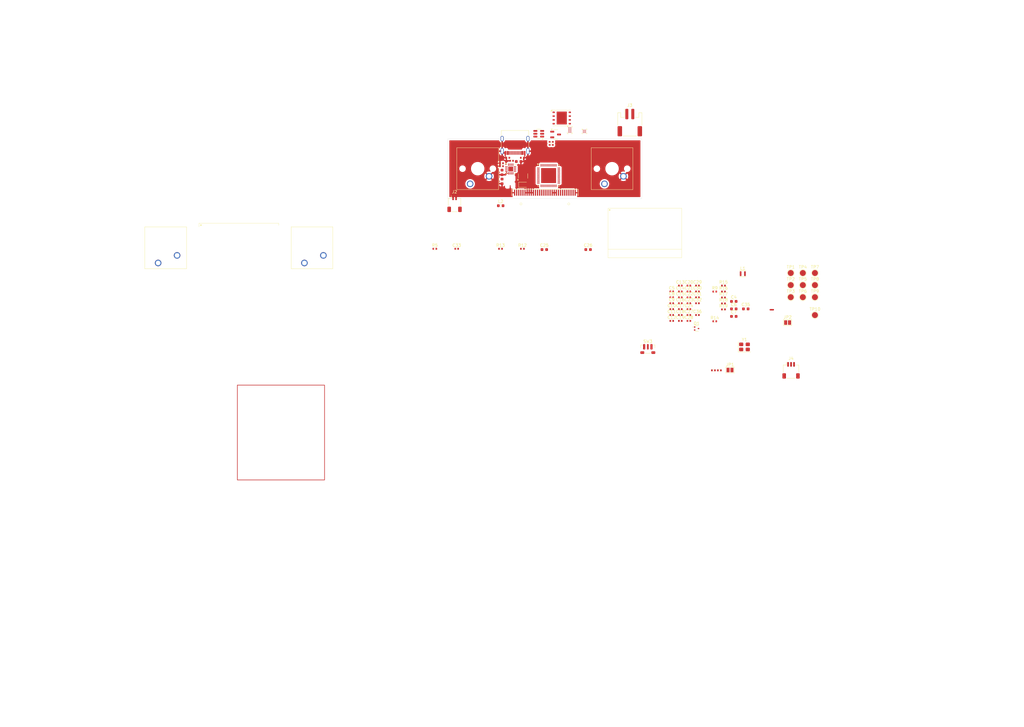
<source format=kicad_pcb>
(kicad_pcb (version 20241229) (generator "pcbnew") (generator_version "9.0")
  (layers (0 "F.Cu" mixed) (4 "In1.Cu" signal) (6 "In2.Cu" signal) (2 "B.Cu" power) (13 "F.Paste" user) (15 "B.Paste" user) (5 "F.SilkS" user "F.Silkscreen") (7 "B.SilkS" user "B.Silkscreen") (1 "F.Mask" user) (3 "B.Mask" user) (25 "Edge.Cuts" user))
  (net 0 "")
  (net 1 "VBAT")
  (net 2 "GND")
  (net 3 "VBUS")
  (net 4 "VSYS")
  (net 5 "3V3")
  (net 6 "1V1")
  (net 7 "/XIN")
  (net 8 "Net-(C24-Pad2)")
  (net 9 "9V")
  (net 10 "Net-(DS1-VCOMH)")
  (net 11 "Net-(D1-A)")
  (net 12 "/DISP_PIN_CS")
  (net 15 "/DISP_PIN_RST")
  (net 16 "/DISP_PIN_SCLK")
  (net 20 "Net-(DS1-IREF)")
  (net 21 "/DISP_PIN_MOSI")
  (net 22 "/DISP_PIN_DC")
  (net 24 "Net-(J1-D--PadA7)")
  (net 25 "Net-(J1-CC2)")
  (net 26 "Net-(J1-CC1)")
  (net 27 "Net-(J1-D+-PadA6)")
  (net 28 "Net-(J3-Pin_2)")
  (net 29 "Net-(J3-Pin_1)")
  (net 30 "Net-(J4-Pin_3)")
  (net 31 "Net-(J4-Pin_1)")
  (net 32 "Net-(JP1-B)")
  (net 33 "Net-(L1-Pad1)")
  (net 34 "Net-(L1-Pad2)")
  (net 35 "/SNS_VBAT")
  (net 36 "Net-(Q1-S)")
  (net 37 "Net-(U2-TS)")
  (net 38 "Net-(U2-ISET)")
  (net 39 "/QSPI_SS")
  (net 40 "/XOUT")
  (net 41 "/USB_DP")
  (net 42 "Net-(U1-USB_DP)")
  (net 43 "Net-(U1-USB_DM)")
  (net 44 "/USB_DM")
  (net 45 "Net-(U7-FB)")
  (net 46 "Net-(U1-GPIO2)")
  (net 47 "Net-(U1-GPIO3)")
  (net 48 "/BUTTON_L")
  (net 49 "/BUTTON_R")
  (net 50 "/BUTTON_MENU")
  (net 52 "/AUDIO_I2S_DOUT")
  (net 54 "/QSPI_SD1")
  (net 59 "Net-(JP2-B)")
  (net 62 "/QSPI_SD3")
  (net 63 "/SNS_~{CHG}")
  (net 64 "/AUDIO_I2S_SD")
  (net 66 "/QSPI_SD2")
  (net 67 "/SNS_~{PGOOD}")
  (net 68 "/AUDIO_I2S_LRCK")
  (net 69 "/QSPI_SCLK")
  (net 75 "/AUDIO_I2S_BCLK")
  (net 76 "/QSPI_SD0")
  (net 80 "Net-(U3-AGND)")
  (net 81 "REG_EN")
  (net 83 "/DISP_PIN_VCC")
  (footprint "NetTie:NetTie-2_SMD_Pad0.5mm" (layer "F.Cu") (at 238.505 85.74)
    (property "Reference" "NT1" (hide yes))
    (property "Value" "NetTie_2" (hide yes))
  )
  (footprint "Jumper:SolderJumper-2_P1.3mm_Open_Pad1.0x1.5mm" (layer "F.Cu") (at 224.505 105.94)
    (property "Reference" "JP1")
    (property "Value" "BOOTSEL")
  )
  (footprint "Resistor_SMD:R_0402_1005Metric" (layer "F.Cu") (at 147.642857 65.33)
    (property "Reference" "R13")
    (property "Value" "10k")
  )
  (footprint "Capacitor_SMD:C_0402_1005Metric" (layer "F.Cu") (at 213.605 77.66)
    (property "Reference" "C29")
    (property "Value" "100nF")
  )
  (footprint "TestPoint:TestPoint_Pad_D2.0mm" (layer "F.Cu") (at 248.905 77.49)
    (property "Reference" "TP5")
    (property "Value" "3V3")
  )
  (footprint "Capacitor_SMD:C_0402_1005Metric" (layer "F.Cu") (at 210.735 79.63)
    (property "Reference" "C21")
    (property "Value" "100nF")
  )
  (footprint "Resistor_SMD:R_0402_1005Metric" (layer "F.Cu") (at 222.315 79.66)
    (property "Reference" "R16")
    (property "Value" "27")
  )
  (footprint "Capacitor_SMD:C_0402_1005Metric" (layer "F.Cu") (at 213.605 83.57)
    (property "Reference" "C32")
    (property "Value" "1uF")
  )
  (footprint "Resistor_SMD:R_0402_1005Metric" (layer "F.Cu") (at 218.955 106.04)
    (property "Reference" "R7" (hide yes))
    (property "Value" "10k" (hide yes))
  )
  (footprint "Capacitor_SMD:C_0402_1005Metric" (layer "F.Cu") (at 213.605 81.6)
    (property "Reference" "C31")
    (property "Value" "100nF")
  )
  (footprint "Resistor_SMD:R_0402_1005Metric" (layer "F.Cu") (at 222.315 85.63)
    (property "Reference" "R19")
    (property "Value" "10k")
  )
  (footprint "Capacitor_SMD:C_0402_1005Metric" (layer "F.Cu") (at 207.865 89.48)
    (property "Reference" "C19")
    (property "Value" "100nF")
  )
  (footprint "Connector_JST:JST_SH_SM02B-SRSS-TB_1x02-1MP_P1.00mm_Horizontal" (layer "F.Cu") (at 132.25 50.25)
    (property "Reference" "J2")
    (property "Value" "Battery")
  )
  (footprint "Resistor_SMD:R_0402_1005Metric" (layer "F.Cu") (at 222.315 83.64)
    (property "Reference" "R18")
    (property "Value" "3.6k")
  )
  (footprint "Resistor_SMD:R_0402_1005Metric" (layer "F.Cu") (at 125.64 65.33)
    (property "Reference" "R5")
    (property "Value" "140k")
  )
  (footprint "Capacitor_SMD:C_0402_1005Metric" (layer "F.Cu") (at 204.995 85.54)
    (property "Reference" "C10")
    (property "Value" "100nF")
  )
  (footprint "Capacitor_SMD:C_0402_1005Metric" (layer "F.Cu") (at 132.974286 65.32)
    (property "Reference" "C33")
    (property "Value" "100nF")
  )
  (footprint "TestPoint:TestPoint_Pad_D2.0mm" (layer "F.Cu") (at 248.905 73.44)
    (property "Reference" "TP4")
    (property "Value" "VBAT")
  )
  (footprint "Capacitor_SMD:C_0402_1005Metric" (layer "F.Cu") (at 204.995 83.57)
    (property "Reference" "C9")
    (property "Value" "100nF")
  )
  (footprint "Capacitor_SMD:C_0402_1005Metric" (layer "F.Cu") (at 213.605 87.51)
    (property "Reference" "C36")
    (property "Value" "100nF")
  )
  (footprint "Resistor_SMD:R_0402_1005Metric" (layer "F.Cu") (at 154.977143 65.33)
    (property "Reference" "R12")
    (property "Value" "140k")
  )
  (footprint "Capacitor_SMD:C_0402_1005Metric" (layer "F.Cu") (at 207.865 85.54)
    (property "Reference" "C17")
    (property "Value" "1uF")
  )
  (footprint "Package_DFN_QFN:QFN-56-1EP_7x7mm_P0.4mm_EP3.2x3.2mm" (layer "F.Cu") (at 163.75 40.8)
    (property "Reference" "U1" (hide yes))
    (property "Value" "RP2040" (hide yes))
  )
  (footprint "Capacitor_SMD:C_0402_1005Metric" (layer "F.Cu") (at 207.865 79.63)
    (property "Reference" "C14")
    (property "Value" "100nF")
  )
  (footprint "Capacitor_SMD:C_0603_1608Metric" (layer "F.Cu") (at 153.7 36.1 180)
    (property "Reference" "C34" (hide yes))
    (property "Value" "22uF" (hide yes))
  )
  (footprint "Capacitor_SMD:C_0402_1005Metric" (layer "F.Cu") (at 207.865 77.66)
    (property "Reference" "C13")
    (property "Value" "100nF")
  )
  (footprint "Resistor_SMD:R_0402_1005Metric" (layer "F.Cu") (at 219.405 79.66)
    (property "Reference" "R9")
    (property "Value" "1k")
  )
  (footprint "Capacitor_SMD:C_0603_1608Metric" (layer "F.Cu") (at 229.785 85.46)
    (property "Reference" "C35")
    (property "Value" "22uF")
  )
  (footprint "Package_SON:WSON-8-1EP_6x5mm_P1.27mm_EP3.4x4.3mm" (layer "F.Cu") (at 168.15 21.525)
    (property "Reference" "U5" (hide yes))
    (property "Value" "W25Q128JVPIQ" (hide yes))
  )
  (footprint "TestPoint:TestPoint_Pad_D2.0mm" (layer "F.Cu") (at 244.855 73.44)
    (property "Reference" "TP1")
    (property "Value" "GND")
  )
  (footprint "Custom:OLED_128x64_0.96in" (layer "F.Cu") (at 60 65)
    (property "Reference" "Display" (hide yes))
    (property "Value" "OLED 128x64 0.96\"")
  )
  (footprint "Capacitor_SMD:C_0402_1005Metric" (layer "F.Cu") (at 204.995 79.63)
    (property "Reference" "C5")
    (property "Value" "100nF")
  )
  (footprint "Capacitor_SMD:C_0402_1005Metric" (layer "F.Cu") (at 207.865 81.6)
    (property "Reference" "C15")
    (property "Value" "100nF")
  )
  (footprint "Capacitor_SMD:C_0402_1005Metric" (layer "F.Cu") (at 210.735 83.57)
    (property "Reference" "C23")
    (property "Value" "15pF")
  )
  (footprint "Capacitor_SMD:C_0402_1005Metric" (layer "F.Cu") (at 210.735 87.51)
    (property "Reference" "C27")
    (property "Value" "4.7uF")
  )
  (footprint "Custom:WLP-9_3x3_1.437x1.347mm_W91F1+1" (layer "F.Cu") (at 175.75 26)
    (property "Reference" "U8" (hide yes))
    (property "Value" "MAX98357AEWL" (hide yes))
  )
  (footprint "Connector_JST:JST_PH_S2B-PH-SM4-TB_1x02-1MP_P2.00mm_Horizontal" (layer "F.Cu") (at 190.95 23.05)
    (property "Reference" "J3")
    (property "Value" "Speaker")
  )
  (footprint "Button_Switch_SMD:SW_Push_1P1T-MP_NO_Horizontal_Alps_SKRTLAE010" (layer "F.Cu") (at 196.975 99.05)
    (property "Reference" "SW3")
    (property "Value" "Menu")
  )
  (footprint "Capacitor_SMD:C_0402_1005Metric" (layer "F.Cu") (at 204.995 81.6)
    (property "Reference" "C8")
    (property "Value" "100nF")
  )
  (footprint "Capacitor_SMD:C_0603_1608Metric" (layer "F.Cu") (at 225.775 87.97)
    (property "Reference" "C7")
    (property "Value" "22uF")
  )
  (footprint "Package_DFN_QFN:VQFN-16-1EP_3x3mm_P0.5mm_EP1.6x1.6mm" (layer "F.Cu") (at 151.05 38.6)
    (property "Reference" "U2" (hide yes))
    (property "Value" "BQ24074RGT" (hide yes))
  )
  (footprint "Capacitor_SMD:C_0603_1608Metric" (layer "F.Cu") (at 148.15 39.75 -90)
    (property "Reference" "C1" (hide yes))
    (property "Value" "22uF" (hide yes))
  )
  (footprint "Resistor_SMD:R_0402_1005Metric" (layer "F.Cu") (at 147.966936 36.664617)
    (property "Reference" "R4" (hide yes))
    (property "Value" "3.6k" (hide yes))
  )
  (footprint "Package_TO_SOT_SMD:SOT-23-6" (layer "F.Cu") (at 155.2 40.9375 90)
    (property "Reference" "U7" (hide yes))
    (property "Value" "MT3608B" (hide yes))
  )
  (footprint "TestPoint:TestPoint_Pad_D2.0mm" (layer "F.Cu") (at 252.955 73.44)
    (property "Reference" "TP7")
    (property "Value" "REG_EN")
  )
  (footprint "Capacitor_SMD:C_0402_1005Metric" (layer "F.Cu") (at 204.995 89.48)
    (property "Reference" "C12")
    (property "Value" "100nF")
  )
  (footprint "Crystal:Crystal_SMD_3225-4Pin_3.2x2.5mm" (layer "F.Cu") (at 229.355 98.19)
    (property "Reference" "Y1")
    (property "Value" "ABM8-272-T3")
  )
  (footprint "Custom:OLED_128x64_0.96in" (layer "F.Cu") (at 196 58.5275)
    (property "Reference" "Display" (hide yes))
    (property "Value" "OLED 128x64 0.96\"" (hide yes))
  )
  (footprint "Capacitor_SMD:C_0603_1608Metric" (layer "F.Cu") (at 162.311429 65.59)
    (property "Reference" "C25")
    (property "Value" "22uF")
  )
  (footprint "Capacitor_SMD:C_0402_1005Metric" (layer "F.Cu") (at 210.735 81.6)
    (property "Reference" "C22")
    (property "Value" "100nF")
  )
  (footprint "Resistor_SMD:R_0402_1005Metric" (layer "F.Cu") (at 154.94 34.85 180)
    (property "Reference" "R1" (hide yes))
    (property "Value" "5.1k" (hide yes))
  )
  (footprint "Resistor_SMD:R_0402_1005Metric" (layer "F.Cu") (at 222.315 77.67)
    (property "Reference" "R15")
    (property "Value" "27")
  )
  (footprint "Inductor_SMD:L_0603_1608Metric" (layer "F.Cu") (at 147.7 50.9)
    (property "Reference" "L2")
    (property "Value" "4.7uH")
  )
  (footprint "Diode_SMD:D_SOD-323" (layer "F.Cu") (at 155.3 43.85)
    (property "Reference" "D1" (hide yes))
    (property "Value" "BAT20JFILM" (hide yes))
  )
  (footprint "Capacitor_SMD:C_0402_1005Metric" (layer "F.Cu") (at 210.735 77.66)
    (property "Reference" "C20")
    (property "Value" "100nF")
  )
  (footprint "Button_Switch_Keyboard:SW_Cherry_MX_1.00u_PCB" (layer "F.Cu") (at 32.96 70.08 180)
    (property "Reference" "SW1" (hide yes))
    (property "Value" "Button L")
  )
  (footprint "TestPoint:TestPoint_Pad_D2.0mm" (layer "F.Cu") (at 252.955 81.54)
    (property "Reference" "TP9")
    (property "Value" "SNS_~{CHG}")
  )
  (footprint "Package_TO_SOT_SMD:SOT-523" (layer "F.Cu") (at 213.31 92.04)
    (property "Reference" "Q1")
    (property "Value" "DMG1012T")
  )
  (footprint "Display:OLED-128O064D" (layer "F.Cu") (at 162.5 46.555 180)
    (property "Reference" "DS1" (hide yes))
    (property "Value" "X096-2864KSWPG01-H30" (hide yes))
  )
  (footprint "TestPoint:TestPoint_Pad_D2.0mm" (layer "F.Cu") (at 244.855 81.54)
    (property "Reference" "TP3")
    (property "Value" "VSYS")
  )
  (footprint "Button_Switch_Keyboard:SW_Cherry_MX_1.00u_PCB" (layer "F.Cu") (at 137.46 43.58 180)
    (property "Reference" "SW1" (hide yes))
    (property "Value" "Button L")
  )
  (footprint "Capacitor_SMD:C_0402_1005Metric" (layer "F.Cu") (at 207.865 87.51)
    (property "Reference" "C18")
    (property "Value" "1uF")
  )
  (footprint "Button_Switch_Keyboard:SW_Cherry_MX_1.00u_PCB" (layer "F.Cu") (at 81.96 70.08 180)
    (property "Reference" "SW2" (hide yes))
    (property "Value" "Button R")
  )
  (footprint "Resistor_SMD:R_0402_1005Metric" (layer "F.Cu") (at 220.945 106.04 180)
    (property "Reference" "R8" (hide yes))
    (property "Value" "1k" (hide yes))
  )
  (footprint "Resistor_SMD:R_0402_1005Metric" (layer "F.Cu") (at 222.315 81.65)
    (property "Reference" "R17")
    (property "Value" "10k")
  )
  (footprint "Button_Switch_Keyboard:SW_Cherry_MX_1.00u_PCB" (layer "F.Cu") (at 182.46 43.58 180)
    (property "Reference" "SW2" (hide yes))
    (property "Value" "Button R")
  )
  (footprint "TestPoint:TestPoint_Pad_D2.0mm" (layer "F.Cu") (at 252.955 87.54)
    (property "Reference" "TP10")
    (property "Value" "SNS_~{PGOOD}")
  )
  (footprint "Capacitor_SMD:C_0402_1005Metric" (layer "F.Cu") (at 207.865 83.57)
    (property "Reference" "C16")
    (property "Value" "100nF")
  )
  (footprint "Resistor_SMD:R_0402_1005Metric" (layer "F.Cu") (at 164.1 30.03 90)
    (property "Reference" "R10" (hide yes))
    (property "Value" "27" (hide yes))
  )
  (footprint "Connector_USB:USB_C_Receptacle_G-Switch_GT-USB-7010ASV" (layer "F.Cu") (at 152.5 29.5 180)
    (property "Reference" "J1" (hide yes))
    (property "Value" "USB_C_Receptacle_USB2.0_14P" (hide yes))
  )
  (footprint "Package_TO_SOT_SMD:SOT-23-3" (layer "F.Cu") (at 166.1 27.05)
    (property "Reference" "U4" (hide yes))
    (property "Value" "TLV809EF30DBZR" (hide yes))
  )
  (footprint "TestPoint:TestPoint_Pad_D2.0mm" (layer "F.Cu") (at 248.905 81.54)
    (property "Reference" "TP6")
    (property "Value" "9V")
  )
  (footprint "Resistor_SMD:R_0402_1005Metric" (layer "F.Cu") (at 147.966936 37.664617 180)
    (property "Reference" "R3" (hide yes))
    (property "Value" "10k" (hide yes))
  )
  (footprint "Capacitor_SMD:C_0603_1608Metric" (layer "F.Cu") (at 225.775 82.95)
    (property "Reference" "C4")
    (property "Value" "22uF")
  )
  (footprint "TestPoint:TestPoint_Pad_D2.0mm" (layer "F.Cu") (at 244.855 77.49)
    (property "Reference" "TP2")
    (property "Value" "VBUS")
  )
  (footprint "Resistor_SMD:R_0402_1005Metric" (layer "F.Cu") (at 219.405 89.61)
    (property "Reference" "R14")
    (property "Value" "620k")
  )
  (footprint "Capacitor_SMD:C_0402_1005Metric" (layer "F.Cu") (at 213.605 79.63)
    (property "Reference" "C30")
    (property "Value" "1uF")
  )
  (footprint "Inductor_SMD:L_Murata_DFE201610P" (layer "F.Cu") (at 228.785 73.665)
    (property "Reference" "L1")
    (property "Value" "0.47uH")
  )
  (footprint "Package_TO_SOT_SMD:SOT-23-6" (layer "F.Cu") (at 160.45 26.8 180)
    (property "Reference" "U6" (hide yes))
    (property "Value" "USBLC6-2SC6" (hide yes))
  )
  (footprint "Capacitor_SMD:C_0402_1005Metric" (layer "F.Cu") (at 210.735 85.54)
    (property "Reference" "C24")
    (property "Value" "15pF")
  )
  (footprint "Capacitor_SMD:C_0402_1005Metric" (layer "F.Cu") (at 204.995 87.51)
    (property "Reference" "C11")
    (property "Value" "100nF")
  )
  (footprint "Capacitor_SMD:C_0402_1005Metric" (layer "F.Cu") (at 210.735 89.48)
    (property "Reference" "C28")
    (property "Value" "4.7uF")
  )
  (footprint "Custom:WL-CSP-15B_1.4x2.3_BSC" (layer "F.Cu") (at 170.85 25.55)
    (property "Reference" "U3" (hide yes))
    (property "Value" "RT6160A" (hide yes))
  )
  (footprint "TestPoint:TestPoint_Pad_D2.0mm" (layer "F.Cu") (at 252.955 77.49)
    (property "Reference" "TP8")
    (property "Value" "SNS_VBAT")
  )
  (footprint "Jumper:SolderJumper-2_P1.3mm_Open_Pad1.0x1.5mm" (layer "F.Cu") (at 243.805 90.04)
    (property "Reference" "JP2")
    (property "Value" "RESET")
  )
  (footprint "Resistor_SMD:R_0402_1005Metric" (layer "F.Cu") (at 165.15 30.03 -90)
    (property "Reference" "R11" (hide yes))
    (property "Value" "27" (hide yes))
  )
  (footprint "Resistor_SMD:R_0402_1005Metric" (layer "F.Cu") (at 150.1 34.85 180)
    (property "Reference" "R2" (hide yes))
    (property "Value" "5.1k" (hide yes))
  )
  (footprint "Capacitor_SMD:C_0603_1608Metric" (layer "F.Cu") (at 176.98 65.59)
    (property "Reference" "C26")
    (property "Value" "22uF")
  )
  (footprint "Capacitor_SMD:C_0402_1005Metric" (layer "F.Cu") (at 151.35 35.85)
    (property "Reference" "C2" (hide yes))
    (property "Value" "100nF" (hide yes))
  )
  (footprint "Capacitor_SMD:C_0603_1608Metric" (layer "F.Cu") (at 225.775 85.46)
    (property "Reference" "C6")
    (property "Value" "22uF")
  )
  (footprint "Capacitor_SMD:C_0603_1608Metric" (layer "F.Cu") (at 148.15 42.75 90)
    (property "Reference" "C3" (hide yes))
    (property "Value" "22uF" (hide yes))
  )
  (footprint "Connector_JST:JST_SH_SM03B-SRSS-TB_1x03-1MP_P1.00mm_Horizontal" (layer "F.Cu") (at 244.955 106.04)
    (property "Reference" "J4")
    (property "Value" "SWD")
  )
  (gr_rect (start 59.5 111) (end 88.71 142.75) (stroke (width 0.2)) (fill no) (layer "F.Cu"))
  (gr_rect (start 130 28.5) (end 195 48.5) (stroke (width 0.05)) (fill no) (layer "Edge.Cuts"))
  (segment (start 153.15 46.455) (end 153.05 46.555) (width 0.2) (layer "F.Cu") (net 2))
  (segment (start 150.701 33.274) (end 150.75 33.225) (width 0.2) (layer "F.Cu") (net 25))
  (zone (net 2) (net_name "GND") (layers "F.Cu" "In2.Cu") (connect_pads (clearance 0.5)) (min_thickness 0.25) (fill yes (thermal_gap 0.5) (thermal_bridge_width 0.5))
    (polygon (pts (xy -17 -18) (xy -20 224) (xy 315 220) (xy 317.5 -18)))
  )
)
</source>
